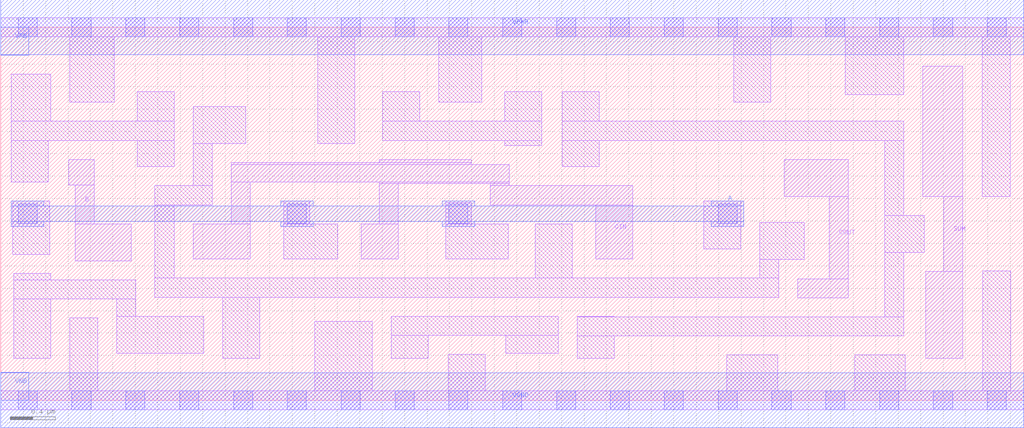
<source format=lef>
# Copyright 2020 The SkyWater PDK Authors
#
# Licensed under the Apache License, Version 2.0 (the "License");
# you may not use this file except in compliance with the License.
# You may obtain a copy of the License at
#
#     https://www.apache.org/licenses/LICENSE-2.0
#
# Unless required by applicable law or agreed to in writing, software
# distributed under the License is distributed on an "AS IS" BASIS,
# WITHOUT WARRANTIES OR CONDITIONS OF ANY KIND, either express or implied.
# See the License for the specific language governing permissions and
# limitations under the License.
#
# SPDX-License-Identifier: Apache-2.0

VERSION 5.5 ;
NAMESCASESENSITIVE ON ;
BUSBITCHARS "[]" ;
DIVIDERCHAR "/" ;
MACRO sky130_fd_sc_ms__fa_2
  CLASS CORE ;
  SOURCE USER ;
  ORIGIN  0.000000  0.000000 ;
  SIZE  9.120000 BY  3.330000 ;
  SYMMETRY X Y ;
  SITE unit ;
  PIN A
    ANTENNAPARTIALMETALSIDEAREA  4.683000 ;
    DIRECTION INPUT ;
    USE SIGNAL ;
    PORT
      LAYER met1 ;
        RECT 0.095000 1.550000 0.385000 1.595000 ;
        RECT 0.095000 1.595000 6.625000 1.735000 ;
        RECT 0.095000 1.735000 0.385000 1.780000 ;
        RECT 2.495000 1.550000 2.785000 1.595000 ;
        RECT 2.495000 1.735000 2.785000 1.780000 ;
        RECT 3.935000 1.550000 4.225000 1.595000 ;
        RECT 3.935000 1.735000 4.225000 1.780000 ;
        RECT 6.335000 1.550000 6.625000 1.595000 ;
        RECT 6.335000 1.735000 6.625000 1.780000 ;
    END
  END A
  PIN B
    ANTENNAGATEAREA  1.044000 ;
    DIRECTION INPUT ;
    USE SIGNAL ;
    PORT
      LAYER li1 ;
        RECT 0.605000 1.920000 0.835000 2.150000 ;
        RECT 0.665000 1.245000 1.165000 1.575000 ;
        RECT 0.665000 1.575000 0.835000 1.920000 ;
    END
  END B
  PIN CIN
    ANTENNAGATEAREA  0.783000 ;
    DIRECTION INPUT ;
    USE SIGNAL ;
    PORT
      LAYER li1 ;
        RECT 1.715000 1.260000 2.225000 1.575000 ;
        RECT 2.055000 1.575000 2.225000 1.950000 ;
        RECT 2.055000 1.950000 4.535000 2.105000 ;
        RECT 2.055000 2.105000 4.195000 2.120000 ;
        RECT 3.215000 1.260000 3.545000 1.575000 ;
        RECT 3.375000 1.575000 3.545000 1.935000 ;
        RECT 3.375000 1.935000 4.535000 1.950000 ;
        RECT 3.375000 2.120000 4.195000 2.150000 ;
        RECT 4.365000 1.745000 5.635000 1.915000 ;
        RECT 4.365000 1.915000 4.535000 1.935000 ;
        RECT 5.305000 1.260000 5.635000 1.745000 ;
    END
  END CIN
  PIN COUT
    ANTENNADIFFAREA  0.649600 ;
    DIRECTION OUTPUT ;
    USE SIGNAL ;
    PORT
      LAYER li1 ;
        RECT 6.985000 1.820000 7.555000 2.150000 ;
        RECT 7.105000 0.915000 7.555000 1.085000 ;
        RECT 7.385000 1.085000 7.555000 1.820000 ;
    END
  END COUT
  PIN SUM
    ANTENNADIFFAREA  0.543200 ;
    DIRECTION OUTPUT ;
    USE SIGNAL ;
    PORT
      LAYER li1 ;
        RECT 8.220000 1.820000 8.575000 2.980000 ;
        RECT 8.245000 0.375000 8.575000 1.150000 ;
        RECT 8.405000 1.150000 8.575000 1.820000 ;
    END
  END SUM
  PIN VGND
    DIRECTION INOUT ;
    USE GROUND ;
    PORT
      LAYER met1 ;
        RECT 0.000000 -0.245000 9.120000 0.245000 ;
    END
  END VGND
  PIN VNB
    DIRECTION INOUT ;
    USE GROUND ;
    PORT
      LAYER met1 ;
        RECT 0.000000 0.000000 0.250000 0.250000 ;
    END
  END VNB
  PIN VPB
    DIRECTION INOUT ;
    USE POWER ;
    PORT
      LAYER met1 ;
        RECT 0.000000 3.080000 0.250000 3.330000 ;
    END
  END VPB
  PIN VPWR
    DIRECTION INOUT ;
    USE POWER ;
    PORT
      LAYER met1 ;
        RECT 0.000000 3.085000 9.120000 3.575000 ;
    END
  END VPWR
  OBS
    LAYER li1 ;
      RECT 0.000000 -0.085000 9.120000 0.085000 ;
      RECT 0.000000  3.245000 9.120000 3.415000 ;
      RECT 0.095000  1.950000 0.425000 2.320000 ;
      RECT 0.095000  2.320000 1.545000 2.490000 ;
      RECT 0.095000  2.490000 0.445000 2.910000 ;
      RECT 0.105000  1.300000 0.435000 1.780000 ;
      RECT 0.115000  0.375000 0.445000 0.905000 ;
      RECT 0.115000  0.905000 1.205000 1.075000 ;
      RECT 0.115000  1.075000 0.445000 1.130000 ;
      RECT 0.615000  0.085000 0.865000 0.735000 ;
      RECT 0.615000  2.660000 1.010000 3.245000 ;
      RECT 1.035000  0.420000 1.810000 0.750000 ;
      RECT 1.035000  0.750000 1.205000 0.905000 ;
      RECT 1.215000  2.085000 1.545000 2.320000 ;
      RECT 1.215000  2.490000 1.545000 2.755000 ;
      RECT 1.375000  0.920000 6.935000 1.090000 ;
      RECT 1.375000  1.090000 1.545000 1.745000 ;
      RECT 1.375000  1.745000 1.885000 1.915000 ;
      RECT 1.715000  1.915000 1.885000 2.290000 ;
      RECT 1.715000  2.290000 2.185000 2.620000 ;
      RECT 1.980000  0.375000 2.310000 0.920000 ;
      RECT 2.525000  1.260000 3.005000 1.575000 ;
      RECT 2.525000  1.575000 2.755000 1.780000 ;
      RECT 2.800000  0.085000 3.310000 0.705000 ;
      RECT 2.825000  2.290000 3.155000 3.245000 ;
      RECT 3.405000  2.320000 4.825000 2.490000 ;
      RECT 3.405000  2.490000 3.735000 2.755000 ;
      RECT 3.480000  0.375000 3.810000 0.580000 ;
      RECT 3.480000  0.580000 4.970000 0.750000 ;
      RECT 3.905000  2.660000 4.290000 3.245000 ;
      RECT 3.965000  1.260000 4.525000 1.575000 ;
      RECT 3.965000  1.575000 4.195000 1.765000 ;
      RECT 3.990000  0.085000 4.320000 0.410000 ;
      RECT 4.495000  2.275000 4.825000 2.320000 ;
      RECT 4.495000  2.490000 4.825000 2.755000 ;
      RECT 4.500000  0.420000 4.970000 0.580000 ;
      RECT 4.765000  1.090000 5.095000 1.575000 ;
      RECT 5.005000  2.085000 5.335000 2.320000 ;
      RECT 5.005000  2.320000 8.050000 2.490000 ;
      RECT 5.005000  2.490000 5.335000 2.755000 ;
      RECT 5.140000  0.375000 5.470000 0.575000 ;
      RECT 5.140000  0.575000 8.050000 0.745000 ;
      RECT 5.140000  0.745000 5.470000 0.750000 ;
      RECT 6.265000  1.350000 6.595000 1.780000 ;
      RECT 6.470000  0.085000 6.925000 0.405000 ;
      RECT 6.535000  2.660000 6.865000 3.245000 ;
      RECT 6.765000  1.090000 6.935000 1.255000 ;
      RECT 6.765000  1.255000 7.165000 1.585000 ;
      RECT 7.530000  2.730000 8.050000 3.245000 ;
      RECT 7.615000  0.085000 8.065000 0.405000 ;
      RECT 7.880000  0.745000 8.050000 1.320000 ;
      RECT 7.880000  1.320000 8.235000 1.650000 ;
      RECT 7.880000  1.650000 8.050000 2.320000 ;
      RECT 8.750000  1.820000 9.000000 3.245000 ;
      RECT 8.755000  0.085000 9.005000 1.155000 ;
    LAYER mcon ;
      RECT 0.155000 -0.085000 0.325000 0.085000 ;
      RECT 0.155000  1.580000 0.325000 1.750000 ;
      RECT 0.155000  3.245000 0.325000 3.415000 ;
      RECT 0.635000 -0.085000 0.805000 0.085000 ;
      RECT 0.635000  3.245000 0.805000 3.415000 ;
      RECT 1.115000 -0.085000 1.285000 0.085000 ;
      RECT 1.115000  3.245000 1.285000 3.415000 ;
      RECT 1.595000 -0.085000 1.765000 0.085000 ;
      RECT 1.595000  3.245000 1.765000 3.415000 ;
      RECT 2.075000 -0.085000 2.245000 0.085000 ;
      RECT 2.075000  3.245000 2.245000 3.415000 ;
      RECT 2.555000 -0.085000 2.725000 0.085000 ;
      RECT 2.555000  1.580000 2.725000 1.750000 ;
      RECT 2.555000  3.245000 2.725000 3.415000 ;
      RECT 3.035000 -0.085000 3.205000 0.085000 ;
      RECT 3.035000  3.245000 3.205000 3.415000 ;
      RECT 3.515000 -0.085000 3.685000 0.085000 ;
      RECT 3.515000  3.245000 3.685000 3.415000 ;
      RECT 3.995000 -0.085000 4.165000 0.085000 ;
      RECT 3.995000  1.580000 4.165000 1.750000 ;
      RECT 3.995000  3.245000 4.165000 3.415000 ;
      RECT 4.475000 -0.085000 4.645000 0.085000 ;
      RECT 4.475000  3.245000 4.645000 3.415000 ;
      RECT 4.955000 -0.085000 5.125000 0.085000 ;
      RECT 4.955000  3.245000 5.125000 3.415000 ;
      RECT 5.435000 -0.085000 5.605000 0.085000 ;
      RECT 5.435000  3.245000 5.605000 3.415000 ;
      RECT 5.915000 -0.085000 6.085000 0.085000 ;
      RECT 5.915000  3.245000 6.085000 3.415000 ;
      RECT 6.395000 -0.085000 6.565000 0.085000 ;
      RECT 6.395000  1.580000 6.565000 1.750000 ;
      RECT 6.395000  3.245000 6.565000 3.415000 ;
      RECT 6.875000 -0.085000 7.045000 0.085000 ;
      RECT 6.875000  3.245000 7.045000 3.415000 ;
      RECT 7.355000 -0.085000 7.525000 0.085000 ;
      RECT 7.355000  3.245000 7.525000 3.415000 ;
      RECT 7.835000 -0.085000 8.005000 0.085000 ;
      RECT 7.835000  3.245000 8.005000 3.415000 ;
      RECT 8.315000 -0.085000 8.485000 0.085000 ;
      RECT 8.315000  3.245000 8.485000 3.415000 ;
      RECT 8.795000 -0.085000 8.965000 0.085000 ;
      RECT 8.795000  3.245000 8.965000 3.415000 ;
  END
END sky130_fd_sc_ms__fa_2

</source>
